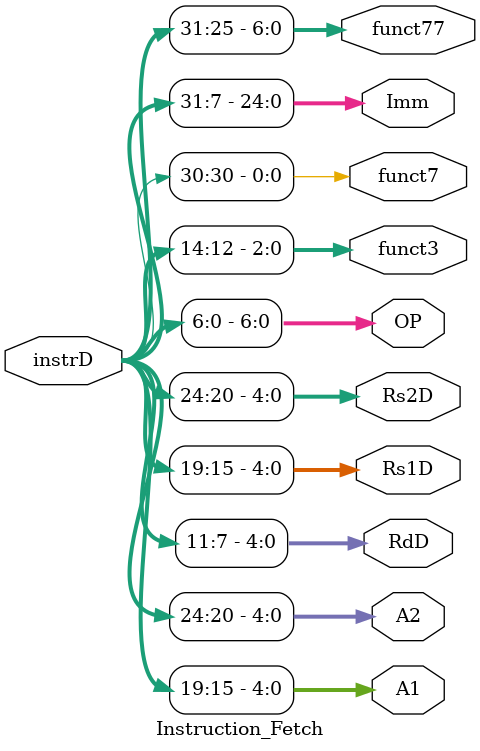
<source format=v>

`timescale 1ns/1ps

module Instruction_Fetch (
    input      [31:0] instrD,
    output reg [4:0]  A1,
    output reg [4:0]  A2,
    output reg [4:0]  RdD,
    output reg [4:0]  Rs1D,
    output reg [4:0]  Rs2D,
    output reg [6:0]  OP,
    output reg [2:0]  funct3,
    output reg        funct7,
    output reg [24:0] Imm,
    output reg [6:0]  funct77
);
    always @ (*) begin
        A1      = instrD[19:15];
        A2      = instrD[24:20];
        RdD     = instrD[11:7];
        OP      = instrD[6:0];
        funct3  = instrD[14:12];
        funct7  = instrD[30];
        Imm     = instrD[31:7];
        funct77 = instrD[31:25];
        Rs1D    = instrD[19:15];
        Rs2D    = instrD[24:20];
    end
    
endmodule

</source>
